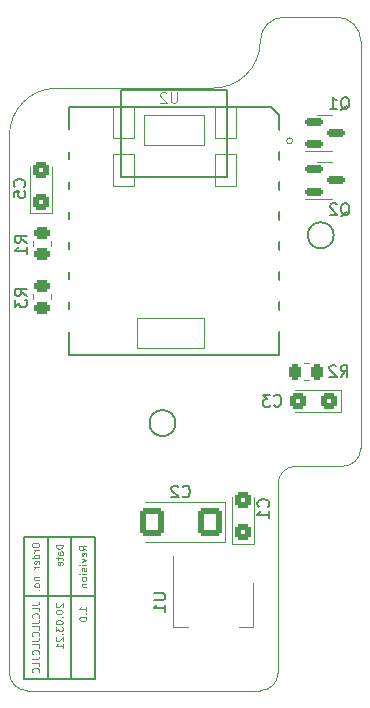
<source format=gbo>
G04 #@! TF.GenerationSoftware,KiCad,Pcbnew,(6.0.1)*
G04 #@! TF.CreationDate,2022-03-21T13:55:18+01:00*
G04 #@! TF.ProjectId,ERC_2022_GripperBoard,4552435f-3230-4323-925f-477269707065,rev?*
G04 #@! TF.SameCoordinates,Original*
G04 #@! TF.FileFunction,Legend,Bot*
G04 #@! TF.FilePolarity,Positive*
%FSLAX46Y46*%
G04 Gerber Fmt 4.6, Leading zero omitted, Abs format (unit mm)*
G04 Created by KiCad (PCBNEW (6.0.1)) date 2022-03-21 13:55:18*
%MOMM*%
%LPD*%
G01*
G04 APERTURE LIST*
G04 Aperture macros list*
%AMRoundRect*
0 Rectangle with rounded corners*
0 $1 Rounding radius*
0 $2 $3 $4 $5 $6 $7 $8 $9 X,Y pos of 4 corners*
0 Add a 4 corners polygon primitive as box body*
4,1,4,$2,$3,$4,$5,$6,$7,$8,$9,$2,$3,0*
0 Add four circle primitives for the rounded corners*
1,1,$1+$1,$2,$3*
1,1,$1+$1,$4,$5*
1,1,$1+$1,$6,$7*
1,1,$1+$1,$8,$9*
0 Add four rect primitives between the rounded corners*
20,1,$1+$1,$2,$3,$4,$5,0*
20,1,$1+$1,$4,$5,$6,$7,0*
20,1,$1+$1,$6,$7,$8,$9,0*
20,1,$1+$1,$8,$9,$2,$3,0*%
G04 Aperture macros list end*
%ADD10C,0.150000*%
G04 #@! TA.AperFunction,Profile*
%ADD11C,0.100000*%
G04 #@! TD*
G04 #@! TA.AperFunction,Profile*
%ADD12C,0.150000*%
G04 #@! TD*
%ADD13C,0.100000*%
%ADD14C,0.101600*%
%ADD15C,0.120000*%
%ADD16C,0.127000*%
%ADD17C,0.066040*%
%ADD18C,1.700000*%
%ADD19C,5.600000*%
%ADD20O,1.524000X1.524000*%
%ADD21R,1.524000X1.524000*%
%ADD22C,1.524000*%
%ADD23R,1.700000X1.700000*%
%ADD24O,1.700000X1.700000*%
%ADD25R,1.500000X2.000000*%
%ADD26R,3.800000X2.000000*%
%ADD27RoundRect,0.150000X-0.587500X-0.150000X0.587500X-0.150000X0.587500X0.150000X-0.587500X0.150000X0*%
%ADD28RoundRect,0.250000X0.425000X-0.450000X0.425000X0.450000X-0.425000X0.450000X-0.425000X-0.450000X0*%
%ADD29RoundRect,0.250000X0.450000X0.425000X-0.450000X0.425000X-0.450000X-0.425000X0.450000X-0.425000X0*%
%ADD30RoundRect,0.250000X0.262500X0.450000X-0.262500X0.450000X-0.262500X-0.450000X0.262500X-0.450000X0*%
%ADD31O,2.748280X1.998980*%
%ADD32O,1.016000X2.032000*%
%ADD33C,1.143000*%
%ADD34RoundRect,0.250000X0.450000X-0.262500X0.450000X0.262500X-0.450000X0.262500X-0.450000X-0.262500X0*%
%ADD35RoundRect,0.250000X0.787500X0.925000X-0.787500X0.925000X-0.787500X-0.925000X0.787500X-0.925000X0*%
G04 APERTURE END LIST*
D10*
X128500000Y-121000000D02*
X134500000Y-121000000D01*
X134500000Y-121000000D02*
X134500000Y-109000000D01*
X134500000Y-109000000D02*
X128500000Y-109000000D01*
X128500000Y-109000000D02*
X128500000Y-121000000D01*
X130500000Y-109000000D02*
X130500000Y-121000000D01*
X128500000Y-114000000D02*
X134500000Y-114000000D01*
X132500000Y-109000000D02*
X132500000Y-121000000D01*
D11*
X157000000Y-67000000D02*
X157000000Y-101500000D01*
D12*
X141305000Y-99355000D02*
G75*
G03*
X141305000Y-99355000I-1100000J0D01*
G01*
D11*
X127250000Y-120500000D02*
G75*
G03*
X128750000Y-122000000I1500001J1D01*
G01*
X144425000Y-70996573D02*
X131250000Y-71000000D01*
X155500000Y-103000000D02*
G75*
G03*
X157000000Y-101500000I-1J1500001D01*
G01*
X150000000Y-120500000D02*
X150000000Y-104500000D01*
X151500000Y-103000000D02*
X155500000Y-103000000D01*
D12*
X154705000Y-83455000D02*
G75*
G03*
X154705000Y-83455000I-1100000J0D01*
G01*
D11*
X157000000Y-67000000D02*
G75*
G03*
X155000000Y-65000000I-1999999J1D01*
G01*
X128750000Y-122000000D02*
X148500000Y-122000000D01*
X131250000Y-71000000D02*
G75*
G03*
X127250000Y-75000000I0J-4000000D01*
G01*
X127250000Y-75000000D02*
X127250000Y-120500000D01*
X151500000Y-103000000D02*
G75*
G03*
X150000000Y-104500000I1J-1500001D01*
G01*
X150500000Y-64996571D02*
G75*
G03*
X148496574Y-66996573I1J-2003430D01*
G01*
X144425000Y-70996573D02*
G75*
G03*
X148496573Y-66996573I70945J3999999D01*
G01*
X148500000Y-122000000D02*
G75*
G03*
X150000000Y-120500000I-1J1500001D01*
G01*
X150500000Y-64996571D02*
X155000000Y-65000000D01*
D13*
X133771428Y-115242857D02*
X133771428Y-114900000D01*
X133771428Y-115071428D02*
X133171428Y-115071428D01*
X133257142Y-115014285D01*
X133314285Y-114957142D01*
X133342857Y-114900000D01*
X133714285Y-115500000D02*
X133742857Y-115528571D01*
X133771428Y-115500000D01*
X133742857Y-115471428D01*
X133714285Y-115500000D01*
X133771428Y-115500000D01*
X133171428Y-115900000D02*
X133171428Y-115957142D01*
X133200000Y-116014285D01*
X133228571Y-116042857D01*
X133285714Y-116071428D01*
X133400000Y-116100000D01*
X133542857Y-116100000D01*
X133657142Y-116071428D01*
X133714285Y-116042857D01*
X133742857Y-116014285D01*
X133771428Y-115957142D01*
X133771428Y-115900000D01*
X133742857Y-115842857D01*
X133714285Y-115814285D01*
X133657142Y-115785714D01*
X133542857Y-115757142D01*
X133400000Y-115757142D01*
X133285714Y-115785714D01*
X133228571Y-115814285D01*
X133200000Y-115842857D01*
X133171428Y-115900000D01*
X129171428Y-109628571D02*
X129171428Y-109742857D01*
X129200000Y-109800000D01*
X129257142Y-109857142D01*
X129371428Y-109885714D01*
X129571428Y-109885714D01*
X129685714Y-109857142D01*
X129742857Y-109800000D01*
X129771428Y-109742857D01*
X129771428Y-109628571D01*
X129742857Y-109571428D01*
X129685714Y-109514285D01*
X129571428Y-109485714D01*
X129371428Y-109485714D01*
X129257142Y-109514285D01*
X129200000Y-109571428D01*
X129171428Y-109628571D01*
X129771428Y-110142857D02*
X129371428Y-110142857D01*
X129485714Y-110142857D02*
X129428571Y-110171428D01*
X129400000Y-110200000D01*
X129371428Y-110257142D01*
X129371428Y-110314285D01*
X129771428Y-110771428D02*
X129171428Y-110771428D01*
X129742857Y-110771428D02*
X129771428Y-110714285D01*
X129771428Y-110600000D01*
X129742857Y-110542857D01*
X129714285Y-110514285D01*
X129657142Y-110485714D01*
X129485714Y-110485714D01*
X129428571Y-110514285D01*
X129400000Y-110542857D01*
X129371428Y-110600000D01*
X129371428Y-110714285D01*
X129400000Y-110771428D01*
X129742857Y-111285714D02*
X129771428Y-111228571D01*
X129771428Y-111114285D01*
X129742857Y-111057142D01*
X129685714Y-111028571D01*
X129457142Y-111028571D01*
X129400000Y-111057142D01*
X129371428Y-111114285D01*
X129371428Y-111228571D01*
X129400000Y-111285714D01*
X129457142Y-111314285D01*
X129514285Y-111314285D01*
X129571428Y-111028571D01*
X129771428Y-111571428D02*
X129371428Y-111571428D01*
X129485714Y-111571428D02*
X129428571Y-111600000D01*
X129400000Y-111628571D01*
X129371428Y-111685714D01*
X129371428Y-111742857D01*
X129371428Y-112400000D02*
X129771428Y-112400000D01*
X129428571Y-112400000D02*
X129400000Y-112428571D01*
X129371428Y-112485714D01*
X129371428Y-112571428D01*
X129400000Y-112628571D01*
X129457142Y-112657142D01*
X129771428Y-112657142D01*
X129771428Y-113028571D02*
X129742857Y-112971428D01*
X129714285Y-112942857D01*
X129657142Y-112914285D01*
X129485714Y-112914285D01*
X129428571Y-112942857D01*
X129400000Y-112971428D01*
X129371428Y-113028571D01*
X129371428Y-113114285D01*
X129400000Y-113171428D01*
X129428571Y-113200000D01*
X129485714Y-113228571D01*
X129657142Y-113228571D01*
X129714285Y-113200000D01*
X129742857Y-113171428D01*
X129771428Y-113114285D01*
X129771428Y-113028571D01*
X129714285Y-113485714D02*
X129742857Y-113514285D01*
X129771428Y-113485714D01*
X129742857Y-113457142D01*
X129714285Y-113485714D01*
X129771428Y-113485714D01*
X133771428Y-110128571D02*
X133485714Y-109928571D01*
X133771428Y-109785714D02*
X133171428Y-109785714D01*
X133171428Y-110014285D01*
X133200000Y-110071428D01*
X133228571Y-110100000D01*
X133285714Y-110128571D01*
X133371428Y-110128571D01*
X133428571Y-110100000D01*
X133457142Y-110071428D01*
X133485714Y-110014285D01*
X133485714Y-109785714D01*
X133742857Y-110614285D02*
X133771428Y-110557142D01*
X133771428Y-110442857D01*
X133742857Y-110385714D01*
X133685714Y-110357142D01*
X133457142Y-110357142D01*
X133400000Y-110385714D01*
X133371428Y-110442857D01*
X133371428Y-110557142D01*
X133400000Y-110614285D01*
X133457142Y-110642857D01*
X133514285Y-110642857D01*
X133571428Y-110357142D01*
X133371428Y-110842857D02*
X133771428Y-110985714D01*
X133371428Y-111128571D01*
X133771428Y-111357142D02*
X133371428Y-111357142D01*
X133171428Y-111357142D02*
X133200000Y-111328571D01*
X133228571Y-111357142D01*
X133200000Y-111385714D01*
X133171428Y-111357142D01*
X133228571Y-111357142D01*
X133742857Y-111614285D02*
X133771428Y-111671428D01*
X133771428Y-111785714D01*
X133742857Y-111842857D01*
X133685714Y-111871428D01*
X133657142Y-111871428D01*
X133600000Y-111842857D01*
X133571428Y-111785714D01*
X133571428Y-111700000D01*
X133542857Y-111642857D01*
X133485714Y-111614285D01*
X133457142Y-111614285D01*
X133400000Y-111642857D01*
X133371428Y-111700000D01*
X133371428Y-111785714D01*
X133400000Y-111842857D01*
X133771428Y-112128571D02*
X133371428Y-112128571D01*
X133171428Y-112128571D02*
X133200000Y-112100000D01*
X133228571Y-112128571D01*
X133200000Y-112157142D01*
X133171428Y-112128571D01*
X133228571Y-112128571D01*
X133771428Y-112500000D02*
X133742857Y-112442857D01*
X133714285Y-112414285D01*
X133657142Y-112385714D01*
X133485714Y-112385714D01*
X133428571Y-112414285D01*
X133400000Y-112442857D01*
X133371428Y-112500000D01*
X133371428Y-112585714D01*
X133400000Y-112642857D01*
X133428571Y-112671428D01*
X133485714Y-112700000D01*
X133657142Y-112700000D01*
X133714285Y-112671428D01*
X133742857Y-112642857D01*
X133771428Y-112585714D01*
X133771428Y-112500000D01*
X133371428Y-112957142D02*
X133771428Y-112957142D01*
X133428571Y-112957142D02*
X133400000Y-112985714D01*
X133371428Y-113042857D01*
X133371428Y-113128571D01*
X133400000Y-113185714D01*
X133457142Y-113214285D01*
X133771428Y-113214285D01*
X131228571Y-114614285D02*
X131200000Y-114642857D01*
X131171428Y-114700000D01*
X131171428Y-114842857D01*
X131200000Y-114900000D01*
X131228571Y-114928571D01*
X131285714Y-114957142D01*
X131342857Y-114957142D01*
X131428571Y-114928571D01*
X131771428Y-114585714D01*
X131771428Y-114957142D01*
X131171428Y-115328571D02*
X131171428Y-115385714D01*
X131200000Y-115442857D01*
X131228571Y-115471428D01*
X131285714Y-115500000D01*
X131400000Y-115528571D01*
X131542857Y-115528571D01*
X131657142Y-115500000D01*
X131714285Y-115471428D01*
X131742857Y-115442857D01*
X131771428Y-115385714D01*
X131771428Y-115328571D01*
X131742857Y-115271428D01*
X131714285Y-115242857D01*
X131657142Y-115214285D01*
X131542857Y-115185714D01*
X131400000Y-115185714D01*
X131285714Y-115214285D01*
X131228571Y-115242857D01*
X131200000Y-115271428D01*
X131171428Y-115328571D01*
X131714285Y-115785714D02*
X131742857Y-115814285D01*
X131771428Y-115785714D01*
X131742857Y-115757142D01*
X131714285Y-115785714D01*
X131771428Y-115785714D01*
X131171428Y-116185714D02*
X131171428Y-116242857D01*
X131200000Y-116300000D01*
X131228571Y-116328571D01*
X131285714Y-116357142D01*
X131400000Y-116385714D01*
X131542857Y-116385714D01*
X131657142Y-116357142D01*
X131714285Y-116328571D01*
X131742857Y-116300000D01*
X131771428Y-116242857D01*
X131771428Y-116185714D01*
X131742857Y-116128571D01*
X131714285Y-116100000D01*
X131657142Y-116071428D01*
X131542857Y-116042857D01*
X131400000Y-116042857D01*
X131285714Y-116071428D01*
X131228571Y-116100000D01*
X131200000Y-116128571D01*
X131171428Y-116185714D01*
X131171428Y-116585714D02*
X131171428Y-116957142D01*
X131400000Y-116757142D01*
X131400000Y-116842857D01*
X131428571Y-116900000D01*
X131457142Y-116928571D01*
X131514285Y-116957142D01*
X131657142Y-116957142D01*
X131714285Y-116928571D01*
X131742857Y-116900000D01*
X131771428Y-116842857D01*
X131771428Y-116671428D01*
X131742857Y-116614285D01*
X131714285Y-116585714D01*
X131714285Y-117214285D02*
X131742857Y-117242857D01*
X131771428Y-117214285D01*
X131742857Y-117185714D01*
X131714285Y-117214285D01*
X131771428Y-117214285D01*
X131228571Y-117471428D02*
X131200000Y-117500000D01*
X131171428Y-117557142D01*
X131171428Y-117700000D01*
X131200000Y-117757142D01*
X131228571Y-117785714D01*
X131285714Y-117814285D01*
X131342857Y-117814285D01*
X131428571Y-117785714D01*
X131771428Y-117442857D01*
X131771428Y-117814285D01*
X131771428Y-118385714D02*
X131771428Y-118042857D01*
X131771428Y-118214285D02*
X131171428Y-118214285D01*
X131257142Y-118157142D01*
X131314285Y-118100000D01*
X131342857Y-118042857D01*
X131771428Y-109642857D02*
X131171428Y-109642857D01*
X131171428Y-109785714D01*
X131200000Y-109871428D01*
X131257142Y-109928571D01*
X131314285Y-109957142D01*
X131428571Y-109985714D01*
X131514285Y-109985714D01*
X131628571Y-109957142D01*
X131685714Y-109928571D01*
X131742857Y-109871428D01*
X131771428Y-109785714D01*
X131771428Y-109642857D01*
X131771428Y-110500000D02*
X131457142Y-110500000D01*
X131400000Y-110471428D01*
X131371428Y-110414285D01*
X131371428Y-110300000D01*
X131400000Y-110242857D01*
X131742857Y-110500000D02*
X131771428Y-110442857D01*
X131771428Y-110300000D01*
X131742857Y-110242857D01*
X131685714Y-110214285D01*
X131628571Y-110214285D01*
X131571428Y-110242857D01*
X131542857Y-110300000D01*
X131542857Y-110442857D01*
X131514285Y-110500000D01*
X131371428Y-110700000D02*
X131371428Y-110928571D01*
X131171428Y-110785714D02*
X131685714Y-110785714D01*
X131742857Y-110814285D01*
X131771428Y-110871428D01*
X131771428Y-110928571D01*
X131742857Y-111357142D02*
X131771428Y-111300000D01*
X131771428Y-111185714D01*
X131742857Y-111128571D01*
X131685714Y-111100000D01*
X131457142Y-111100000D01*
X131400000Y-111128571D01*
X131371428Y-111185714D01*
X131371428Y-111300000D01*
X131400000Y-111357142D01*
X131457142Y-111385714D01*
X131514285Y-111385714D01*
X131571428Y-111100000D01*
X129171428Y-114728571D02*
X129600000Y-114728571D01*
X129685714Y-114700000D01*
X129742857Y-114642857D01*
X129771428Y-114557142D01*
X129771428Y-114500000D01*
X129771428Y-115300000D02*
X129771428Y-115014285D01*
X129171428Y-115014285D01*
X129714285Y-115842857D02*
X129742857Y-115814285D01*
X129771428Y-115728571D01*
X129771428Y-115671428D01*
X129742857Y-115585714D01*
X129685714Y-115528571D01*
X129628571Y-115500000D01*
X129514285Y-115471428D01*
X129428571Y-115471428D01*
X129314285Y-115500000D01*
X129257142Y-115528571D01*
X129200000Y-115585714D01*
X129171428Y-115671428D01*
X129171428Y-115728571D01*
X129200000Y-115814285D01*
X129228571Y-115842857D01*
X129171428Y-116271428D02*
X129600000Y-116271428D01*
X129685714Y-116242857D01*
X129742857Y-116185714D01*
X129771428Y-116100000D01*
X129771428Y-116042857D01*
X129771428Y-116842857D02*
X129771428Y-116557142D01*
X129171428Y-116557142D01*
X129714285Y-117385714D02*
X129742857Y-117357142D01*
X129771428Y-117271428D01*
X129771428Y-117214285D01*
X129742857Y-117128571D01*
X129685714Y-117071428D01*
X129628571Y-117042857D01*
X129514285Y-117014285D01*
X129428571Y-117014285D01*
X129314285Y-117042857D01*
X129257142Y-117071428D01*
X129200000Y-117128571D01*
X129171428Y-117214285D01*
X129171428Y-117271428D01*
X129200000Y-117357142D01*
X129228571Y-117385714D01*
X129171428Y-117814285D02*
X129600000Y-117814285D01*
X129685714Y-117785714D01*
X129742857Y-117728571D01*
X129771428Y-117642857D01*
X129771428Y-117585714D01*
X129771428Y-118385714D02*
X129771428Y-118100000D01*
X129171428Y-118100000D01*
X129714285Y-118928571D02*
X129742857Y-118900000D01*
X129771428Y-118814285D01*
X129771428Y-118757142D01*
X129742857Y-118671428D01*
X129685714Y-118614285D01*
X129628571Y-118585714D01*
X129514285Y-118557142D01*
X129428571Y-118557142D01*
X129314285Y-118585714D01*
X129257142Y-118614285D01*
X129200000Y-118671428D01*
X129171428Y-118757142D01*
X129171428Y-118814285D01*
X129200000Y-118900000D01*
X129228571Y-118928571D01*
X129171428Y-119357142D02*
X129600000Y-119357142D01*
X129685714Y-119328571D01*
X129742857Y-119271428D01*
X129771428Y-119185714D01*
X129771428Y-119128571D01*
X129771428Y-119928571D02*
X129771428Y-119642857D01*
X129171428Y-119642857D01*
X129714285Y-120471428D02*
X129742857Y-120442857D01*
X129771428Y-120357142D01*
X129771428Y-120300000D01*
X129742857Y-120214285D01*
X129685714Y-120157142D01*
X129628571Y-120128571D01*
X129514285Y-120100000D01*
X129428571Y-120100000D01*
X129314285Y-120128571D01*
X129257142Y-120157142D01*
X129200000Y-120214285D01*
X129171428Y-120300000D01*
X129171428Y-120357142D01*
X129200000Y-120442857D01*
X129228571Y-120471428D01*
D10*
X139452380Y-113738095D02*
X140261904Y-113738095D01*
X140357142Y-113785714D01*
X140404761Y-113833333D01*
X140452380Y-113928571D01*
X140452380Y-114119047D01*
X140404761Y-114214285D01*
X140357142Y-114261904D01*
X140261904Y-114309523D01*
X139452380Y-114309523D01*
X140452380Y-115309523D02*
X140452380Y-114738095D01*
X140452380Y-115023809D02*
X139452380Y-115023809D01*
X139595238Y-114928571D01*
X139690476Y-114833333D01*
X139738095Y-114738095D01*
X155295238Y-72847619D02*
X155390476Y-72800000D01*
X155485714Y-72704761D01*
X155628571Y-72561904D01*
X155723809Y-72514285D01*
X155819047Y-72514285D01*
X155771428Y-72752380D02*
X155866666Y-72704761D01*
X155961904Y-72609523D01*
X156009523Y-72419047D01*
X156009523Y-72085714D01*
X155961904Y-71895238D01*
X155866666Y-71800000D01*
X155771428Y-71752380D01*
X155580952Y-71752380D01*
X155485714Y-71800000D01*
X155390476Y-71895238D01*
X155342857Y-72085714D01*
X155342857Y-72419047D01*
X155390476Y-72609523D01*
X155485714Y-72704761D01*
X155580952Y-72752380D01*
X155771428Y-72752380D01*
X154390476Y-72752380D02*
X154961904Y-72752380D01*
X154676190Y-72752380D02*
X154676190Y-71752380D01*
X154771428Y-71895238D01*
X154866666Y-71990476D01*
X154961904Y-72038095D01*
X128507142Y-79333333D02*
X128554761Y-79285714D01*
X128602380Y-79142857D01*
X128602380Y-79047619D01*
X128554761Y-78904761D01*
X128459523Y-78809523D01*
X128364285Y-78761904D01*
X128173809Y-78714285D01*
X128030952Y-78714285D01*
X127840476Y-78761904D01*
X127745238Y-78809523D01*
X127650000Y-78904761D01*
X127602380Y-79047619D01*
X127602380Y-79142857D01*
X127650000Y-79285714D01*
X127697619Y-79333333D01*
X127602380Y-80238095D02*
X127602380Y-79761904D01*
X128078571Y-79714285D01*
X128030952Y-79761904D01*
X127983333Y-79857142D01*
X127983333Y-80095238D01*
X128030952Y-80190476D01*
X128078571Y-80238095D01*
X128173809Y-80285714D01*
X128411904Y-80285714D01*
X128507142Y-80238095D01*
X128554761Y-80190476D01*
X128602380Y-80095238D01*
X128602380Y-79857142D01*
X128554761Y-79761904D01*
X128507142Y-79714285D01*
X149666666Y-97857142D02*
X149714285Y-97904761D01*
X149857142Y-97952380D01*
X149952380Y-97952380D01*
X150095238Y-97904761D01*
X150190476Y-97809523D01*
X150238095Y-97714285D01*
X150285714Y-97523809D01*
X150285714Y-97380952D01*
X150238095Y-97190476D01*
X150190476Y-97095238D01*
X150095238Y-97000000D01*
X149952380Y-96952380D01*
X149857142Y-96952380D01*
X149714285Y-97000000D01*
X149666666Y-97047619D01*
X149333333Y-96952380D02*
X148714285Y-96952380D01*
X149047619Y-97333333D01*
X148904761Y-97333333D01*
X148809523Y-97380952D01*
X148761904Y-97428571D01*
X148714285Y-97523809D01*
X148714285Y-97761904D01*
X148761904Y-97857142D01*
X148809523Y-97904761D01*
X148904761Y-97952380D01*
X149190476Y-97952380D01*
X149285714Y-97904761D01*
X149333333Y-97857142D01*
X155296666Y-95432380D02*
X155630000Y-94956190D01*
X155868095Y-95432380D02*
X155868095Y-94432380D01*
X155487142Y-94432380D01*
X155391904Y-94480000D01*
X155344285Y-94527619D01*
X155296666Y-94622857D01*
X155296666Y-94765714D01*
X155344285Y-94860952D01*
X155391904Y-94908571D01*
X155487142Y-94956190D01*
X155868095Y-94956190D01*
X154915714Y-94527619D02*
X154868095Y-94480000D01*
X154772857Y-94432380D01*
X154534761Y-94432380D01*
X154439523Y-94480000D01*
X154391904Y-94527619D01*
X154344285Y-94622857D01*
X154344285Y-94718095D01*
X154391904Y-94860952D01*
X154963333Y-95432380D01*
X154344285Y-95432380D01*
D14*
X141432243Y-71350976D02*
X141432243Y-72070643D01*
X141389910Y-72155310D01*
X141347576Y-72197643D01*
X141262910Y-72239976D01*
X141093576Y-72239976D01*
X141008910Y-72197643D01*
X140966576Y-72155310D01*
X140924243Y-72070643D01*
X140924243Y-71350976D01*
X140543243Y-71435643D02*
X140500910Y-71393310D01*
X140416243Y-71350976D01*
X140204576Y-71350976D01*
X140119910Y-71393310D01*
X140077576Y-71435643D01*
X140035243Y-71520310D01*
X140035243Y-71604976D01*
X140077576Y-71731976D01*
X140585576Y-72239976D01*
X140035243Y-72239976D01*
D10*
X149157142Y-106433333D02*
X149204761Y-106385714D01*
X149252380Y-106242857D01*
X149252380Y-106147619D01*
X149204761Y-106004761D01*
X149109523Y-105909523D01*
X149014285Y-105861904D01*
X148823809Y-105814285D01*
X148680952Y-105814285D01*
X148490476Y-105861904D01*
X148395238Y-105909523D01*
X148300000Y-106004761D01*
X148252380Y-106147619D01*
X148252380Y-106242857D01*
X148300000Y-106385714D01*
X148347619Y-106433333D01*
X149252380Y-107385714D02*
X149252380Y-106814285D01*
X149252380Y-107100000D02*
X148252380Y-107100000D01*
X148395238Y-107004761D01*
X148490476Y-106909523D01*
X148538095Y-106814285D01*
X128702380Y-84083333D02*
X128226190Y-83750000D01*
X128702380Y-83511904D02*
X127702380Y-83511904D01*
X127702380Y-83892857D01*
X127750000Y-83988095D01*
X127797619Y-84035714D01*
X127892857Y-84083333D01*
X128035714Y-84083333D01*
X128130952Y-84035714D01*
X128178571Y-83988095D01*
X128226190Y-83892857D01*
X128226190Y-83511904D01*
X128702380Y-85035714D02*
X128702380Y-84464285D01*
X128702380Y-84750000D02*
X127702380Y-84750000D01*
X127845238Y-84654761D01*
X127940476Y-84559523D01*
X127988095Y-84464285D01*
X128702380Y-88583333D02*
X128226190Y-88250000D01*
X128702380Y-88011904D02*
X127702380Y-88011904D01*
X127702380Y-88392857D01*
X127750000Y-88488095D01*
X127797619Y-88535714D01*
X127892857Y-88583333D01*
X128035714Y-88583333D01*
X128130952Y-88535714D01*
X128178571Y-88488095D01*
X128226190Y-88392857D01*
X128226190Y-88011904D01*
X127702380Y-88916666D02*
X127702380Y-89535714D01*
X128083333Y-89202380D01*
X128083333Y-89345238D01*
X128130952Y-89440476D01*
X128178571Y-89488095D01*
X128273809Y-89535714D01*
X128511904Y-89535714D01*
X128607142Y-89488095D01*
X128654761Y-89440476D01*
X128702380Y-89345238D01*
X128702380Y-89059523D01*
X128654761Y-88964285D01*
X128607142Y-88916666D01*
X155295238Y-81847619D02*
X155390476Y-81800000D01*
X155485714Y-81704761D01*
X155628571Y-81561904D01*
X155723809Y-81514285D01*
X155819047Y-81514285D01*
X155771428Y-81752380D02*
X155866666Y-81704761D01*
X155961904Y-81609523D01*
X156009523Y-81419047D01*
X156009523Y-81085714D01*
X155961904Y-80895238D01*
X155866666Y-80800000D01*
X155771428Y-80752380D01*
X155580952Y-80752380D01*
X155485714Y-80800000D01*
X155390476Y-80895238D01*
X155342857Y-81085714D01*
X155342857Y-81419047D01*
X155390476Y-81609523D01*
X155485714Y-81704761D01*
X155580952Y-81752380D01*
X155771428Y-81752380D01*
X154961904Y-80847619D02*
X154914285Y-80800000D01*
X154819047Y-80752380D01*
X154580952Y-80752380D01*
X154485714Y-80800000D01*
X154438095Y-80847619D01*
X154390476Y-80942857D01*
X154390476Y-81038095D01*
X154438095Y-81180952D01*
X155009523Y-81752380D01*
X154390476Y-81752380D01*
X141916666Y-105557142D02*
X141964285Y-105604761D01*
X142107142Y-105652380D01*
X142202380Y-105652380D01*
X142345238Y-105604761D01*
X142440476Y-105509523D01*
X142488095Y-105414285D01*
X142535714Y-105223809D01*
X142535714Y-105080952D01*
X142488095Y-104890476D01*
X142440476Y-104795238D01*
X142345238Y-104700000D01*
X142202380Y-104652380D01*
X142107142Y-104652380D01*
X141964285Y-104700000D01*
X141916666Y-104747619D01*
X141535714Y-104747619D02*
X141488095Y-104700000D01*
X141392857Y-104652380D01*
X141154761Y-104652380D01*
X141059523Y-104700000D01*
X141011904Y-104747619D01*
X140964285Y-104842857D01*
X140964285Y-104938095D01*
X141011904Y-105080952D01*
X141583333Y-105652380D01*
X140964285Y-105652380D01*
D15*
X141090000Y-110650000D02*
X141090000Y-116660000D01*
X141090000Y-116660000D02*
X142350000Y-116660000D01*
X147910000Y-112900000D02*
X147910000Y-116660000D01*
X147910000Y-116660000D02*
X146650000Y-116660000D01*
X153950000Y-73240000D02*
X153300000Y-73240000D01*
X153950000Y-76360000D02*
X152275000Y-76360000D01*
X153950000Y-73240000D02*
X154600000Y-73240000D01*
X153950000Y-76360000D02*
X154600000Y-76360000D01*
X130835000Y-81560000D02*
X128965000Y-81560000D01*
X128965000Y-81560000D02*
X128965000Y-77650000D01*
X130835000Y-77650000D02*
X130835000Y-81560000D01*
X155310000Y-96565000D02*
X155310000Y-98435000D01*
X151400000Y-96565000D02*
X155310000Y-96565000D01*
X155310000Y-98435000D02*
X151400000Y-98435000D01*
X152607064Y-95735000D02*
X152152936Y-95735000D01*
X152607064Y-94265000D02*
X152152936Y-94265000D01*
D16*
X132291630Y-93618310D02*
X132291630Y-72620130D01*
D17*
X138659410Y-75838310D02*
X138659410Y-73298310D01*
D16*
X150089410Y-73290690D02*
X150089410Y-93618310D01*
X145695210Y-78548490D02*
X145695210Y-71195190D01*
D17*
X143739410Y-73298310D02*
X138659410Y-73298310D01*
X146406410Y-76600310D02*
X144628410Y-76600310D01*
X137770410Y-75203310D02*
X135992410Y-75203310D01*
X143739410Y-75838310D02*
X143739410Y-73298310D01*
X146406410Y-79269850D02*
X146406410Y-76600310D01*
X137770410Y-72536310D02*
X135992410Y-72536310D01*
X137770410Y-79269850D02*
X137770410Y-76600310D01*
D16*
X132291630Y-72620130D02*
X149418850Y-72620130D01*
D17*
X146406410Y-79269850D02*
X144628410Y-79269850D01*
D16*
X150089410Y-93618310D02*
X132291630Y-93618310D01*
D17*
X137770410Y-79269850D02*
X135992410Y-79269850D01*
X143739410Y-90443310D02*
X138024410Y-90443310D01*
X146406410Y-75203310D02*
X146406410Y-72536310D01*
X138024410Y-92983310D02*
X138024410Y-90443310D01*
X143739410Y-75838310D02*
X138659410Y-75838310D01*
X135992410Y-79269850D02*
X135992410Y-76600310D01*
D16*
X136695990Y-71195190D02*
X136695990Y-78548490D01*
X145690130Y-71195190D02*
X136695990Y-71195190D01*
X149418850Y-72620130D02*
X150089410Y-73290690D01*
D17*
X144628410Y-79269850D02*
X144628410Y-76600310D01*
X146406410Y-75203310D02*
X144628410Y-75203310D01*
X146406410Y-72536310D02*
X144628410Y-72536310D01*
X144628410Y-75203310D02*
X144628410Y-72536310D01*
D16*
X136695990Y-78548490D02*
X145695210Y-78548490D01*
D17*
X143739410Y-92983310D02*
X138024410Y-92983310D01*
X137770410Y-76600310D02*
X135992410Y-76600310D01*
X137770410Y-75203310D02*
X137770410Y-72536310D01*
X135992410Y-75203310D02*
X135992410Y-72536310D01*
X143739410Y-92983310D02*
X143739410Y-90443310D01*
D13*
X151232410Y-75457310D02*
G75*
G03*
X151232410Y-75457310I-254000J0D01*
G01*
D15*
X147935000Y-109565000D02*
X146065000Y-109565000D01*
X146065000Y-109565000D02*
X146065000Y-105655000D01*
X147935000Y-105655000D02*
X147935000Y-109565000D01*
X130735000Y-84389564D02*
X130735000Y-83935436D01*
X129265000Y-84389564D02*
X129265000Y-83935436D01*
X130735000Y-88889564D02*
X130735000Y-88435436D01*
X129265000Y-88889564D02*
X129265000Y-88435436D01*
X153950000Y-77240000D02*
X154600000Y-77240000D01*
X153950000Y-80360000D02*
X154600000Y-80360000D01*
X153950000Y-80360000D02*
X152275000Y-80360000D01*
X153950000Y-77240000D02*
X153300000Y-77240000D01*
X145510000Y-106040000D02*
X145510000Y-109460000D01*
X138750000Y-106040000D02*
X145510000Y-106040000D01*
X145510000Y-109460000D02*
X138750000Y-109460000D01*
%LPC*%
D18*
X136250000Y-118290000D03*
X136250000Y-115750000D03*
X136250000Y-113210000D03*
D19*
X152750000Y-69250000D03*
D20*
X154535000Y-100285000D03*
D21*
X149455000Y-100285000D03*
X151995000Y-100285000D03*
D22*
X146915000Y-100285000D03*
X144375000Y-100285000D03*
X144375000Y-97745000D03*
D19*
X130500000Y-97250000D03*
D18*
X136250000Y-107520000D03*
X136250000Y-104980000D03*
D23*
X135500000Y-97225000D03*
D24*
X135500000Y-99765000D03*
D25*
X142200000Y-111600000D03*
X144500000Y-111600000D03*
X146800000Y-111600000D03*
D26*
X144500000Y-117900000D03*
D27*
X153012500Y-75750000D03*
X153012500Y-73850000D03*
X154887500Y-74800000D03*
D28*
X129900000Y-80600000D03*
X129900000Y-77900000D03*
D29*
X154350000Y-97500000D03*
X151650000Y-97500000D03*
D30*
X153292500Y-95000000D03*
X151467500Y-95000000D03*
D31*
X149256290Y-75500490D03*
X149256290Y-78040490D03*
X149256290Y-80580490D03*
X149256290Y-83120490D03*
X149256290Y-85660490D03*
X149256290Y-88200490D03*
X149256290Y-90740490D03*
X133091730Y-90740490D03*
X133091730Y-88200490D03*
X133091730Y-85660490D03*
X133091730Y-83120490D03*
X133091730Y-80580490D03*
X133091730Y-78040490D03*
X133091730Y-75500490D03*
D32*
X142389410Y-91818310D03*
X139839410Y-91818310D03*
D33*
X142390607Y-74814123D03*
X139850607Y-74814123D03*
X142390607Y-77354123D03*
X139850607Y-77354123D03*
D28*
X147000000Y-108605000D03*
X147000000Y-105905000D03*
D34*
X130000000Y-85075000D03*
X130000000Y-83250000D03*
X130000000Y-89575000D03*
X130000000Y-87750000D03*
D27*
X153012500Y-79750000D03*
X153012500Y-77850000D03*
X154887500Y-78800000D03*
D35*
X144212500Y-107750000D03*
X139287500Y-107750000D03*
M02*

</source>
